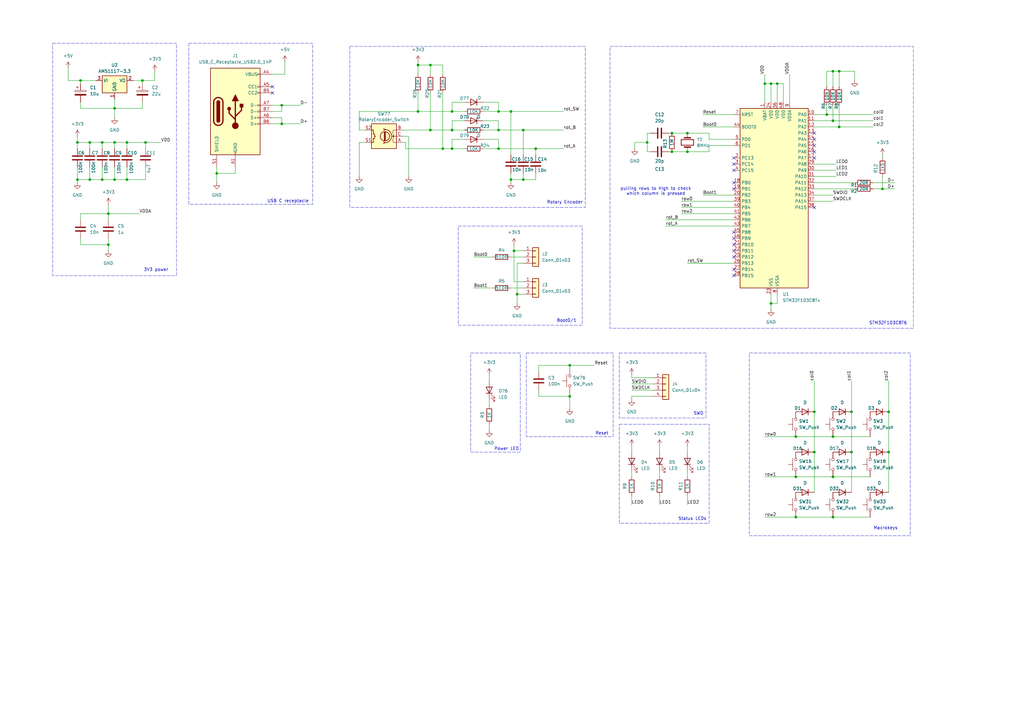
<source format=kicad_sch>
(kicad_sch (version 20231120) (generator "eeschema") (generator_version "8.0")
  (paper "A3")
  (title_block (title "Keyboard") (date "2024-06-06") (rev "0.1") (company "Schmacksby"))
  (junction (at 46.99 58.42))
  (junction (at 341.63 29.21))
  (junction (at 181.61 60.96))
  (junction (at 316.23 124.46))
  (junction (at 339.09 46.99))
  (junction (at 318.77 34.29))
  (junction (at 31.75 73.66))
  (junction (at 275.59 54.61))
  (junction (at 185.42 53.34))
  (junction (at 36.83 73.66))
  (junction (at 326.39 212.09))
  (junction (at 212.09 120.65))
  (junction (at 58.42 33.02))
  (junction (at 233.68 149.86))
  (junction (at 44.45 87.63))
  (junction (at 349.25 168.91))
  (junction (at 185.42 45.72))
  (junction (at 209.55 45.72))
  (junction (at 341.63 195.58))
  (junction (at 334.01 168.91))
  (junction (at 88.9 71.12))
  (junction (at 59.69 58.42))
  (junction (at 204.47 60.96))
  (junction (at 349.25 185.42))
  (junction (at 326.39 179.07))
  (junction (at 115.57 50.8))
  (junction (at 233.68 162.56))
  (junction (at 275.59 62.23))
  (junction (at 46.99 73.66))
  (junction (at 52.07 73.66))
  (junction (at 31.75 58.42))
  (junction (at 171.45 45.72))
  (junction (at 313.69 34.29))
  (junction (at 219.71 60.96))
  (junction (at 281.94 54.61))
  (junction (at 36.83 58.42))
  (junction (at 209.55 73.66))
  (junction (at 41.91 58.42))
  (junction (at 185.42 60.96))
  (junction (at 41.91 73.66))
  (junction (at 52.07 58.42))
  (junction (at 364.49 168.91))
  (junction (at 176.53 53.34))
  (junction (at 204.47 45.72))
  (junction (at 46.99 44.45))
  (junction (at 33.02 33.02))
  (junction (at 171.45 26.67))
  (junction (at 334.01 185.42))
  (junction (at 341.63 212.09))
  (junction (at 214.63 53.34))
  (junction (at 344.17 29.21))
  (junction (at 214.63 73.66))
  (junction (at 210.82 102.87))
  (junction (at 326.39 195.58))
  (junction (at 176.53 26.67))
  (junction (at 44.45 100.33))
  (junction (at 344.17 52.07))
  (junction (at 265.43 58.42))
  (junction (at 115.57 43.18))
  (junction (at 341.63 179.07))
  (junction (at 361.95 77.47))
  (junction (at 281.94 62.23))
  (junction (at 316.23 34.29))
  (junction (at 364.49 185.42))
  (junction (at 341.63 49.53))
  (junction (at 204.47 53.34))
  (no_connect (at 300.99 67.31))
  (no_connect (at 300.99 77.47))
  (no_connect (at 300.99 97.79))
  (no_connect (at 300.99 95.25))
  (no_connect (at 300.99 69.85))
  (no_connect (at 334.01 59.69))
  (no_connect (at 334.01 54.61))
  (no_connect (at 334.01 62.23))
  (no_connect (at 300.99 102.87))
  (no_connect (at 300.99 113.03))
  (no_connect (at 111.76 38.1))
  (no_connect (at 334.01 85.09))
  (no_connect (at 300.99 110.49))
  (no_connect (at 334.01 64.77))
  (no_connect (at 300.99 100.33))
  (no_connect (at 111.76 35.56))
  (no_connect (at 300.99 64.77))
  (no_connect (at 300.99 74.93))
  (no_connect (at 334.01 57.15))
  (no_connect (at 300.99 105.41))
  (wire (pts (xy 350.52 29.21) (xy 350.52 33.02)))
  (wire (pts (xy 364.49 185.42) (xy 364.49 201.93)))
  (wire (pts (xy 147.32 58.42) (xy 149.86 58.42)))
  (wire (pts (xy 209.55 73.66) (xy 209.55 74.93)))
  (wire (pts (xy 176.53 26.67) (xy 181.61 26.67)))
  (wire (pts (xy 171.45 26.67) (xy 176.53 26.67)))
  (wire (pts (xy 52.07 73.66) (xy 46.99 73.66)))
  (wire (pts (xy 46.99 68.58) (xy 46.99 73.66)))
  (wire (pts (xy 31.75 55.88) (xy 31.75 58.42)))
  (wire (pts (xy 166.37 60.96) (xy 181.61 60.96)))
  (wire (pts (xy 33.02 97.79) (xy 33.02 100.33)))
  (wire (pts (xy 220.98 160.02) (xy 220.98 162.56)))
  (wire (pts (xy 341.63 29.21) (xy 344.17 29.21)))
  (wire (pts (xy 198.12 49.53) (xy 204.47 49.53)))
  (wire (pts (xy 27.94 27.94) (xy 27.94 33.02)))
  (wire (pts (xy 290.83 57.15) (xy 300.99 57.15)))
  (wire (pts (xy 27.94 33.02) (xy 33.02 33.02)))
  (wire (pts (xy 233.68 161.29) (xy 233.68 162.56)))
  (wire (pts (xy 111.76 30.48) (xy 116.84 30.48)))
  (wire (pts (xy 59.69 68.58) (xy 59.69 73.66)))
  (wire (pts (xy 290.83 59.69) (xy 290.83 62.23)))
  (wire (pts (xy 190.5 57.15) (xy 185.42 57.15)))
  (wire (pts (xy 334.01 69.85) (xy 342.9 69.85)))
  (wire (pts (xy 167.64 55.88) (xy 165.1 55.88)))
  (wire (pts (xy 273.05 92.71) (xy 300.99 92.71)))
  (wire (pts (xy 66.04 58.42) (xy 59.69 58.42)))
  (wire (pts (xy 198.12 45.72) (xy 204.47 45.72)))
  (wire (pts (xy 313.69 30.48) (xy 313.69 34.29)))
  (wire (pts (xy 281.94 182.88) (xy 281.94 185.42)))
  (wire (pts (xy 344.17 35.56) (xy 344.17 29.21)))
  (wire (pts (xy 198.12 57.15) (xy 204.47 57.15)))
  (wire (pts (xy 198.12 41.91) (xy 204.47 41.91)))
  (wire (pts (xy 46.99 58.42) (xy 46.99 60.96)))
  (wire (pts (xy 200.66 163.83) (xy 200.66 166.37)))
  (wire (pts (xy 204.47 53.34) (xy 214.63 53.34)))
  (wire (pts (xy 339.09 43.18) (xy 339.09 46.99)))
  (wire (pts (xy 52.07 58.42) (xy 52.07 60.96)))
  (wire (pts (xy 334.01 82.55) (xy 341.63 82.55)))
  (wire (pts (xy 341.63 43.18) (xy 341.63 49.53)))
  (wire (pts (xy 300.99 59.69) (xy 290.83 59.69)))
  (wire (pts (xy 115.57 50.8) (xy 123.19 50.8)))
  (wire (pts (xy 274.32 54.61) (xy 275.59 54.61)))
  (wire (pts (xy 111.76 43.18) (xy 115.57 43.18)))
  (wire (pts (xy 52.07 58.42) (xy 46.99 58.42)))
  (wire (pts (xy 96.52 71.12) (xy 88.9 71.12)))
  (wire (pts (xy 185.42 45.72) (xy 190.5 45.72)))
  (wire (pts (xy 318.77 120.65) (xy 318.77 124.46)))
  (wire (pts (xy 58.42 33.02) (xy 58.42 34.29)))
  (wire (pts (xy 265.43 54.61) (xy 265.43 58.42)))
  (wire (pts (xy 361.95 63.5) (xy 361.95 64.77)))
  (wire (pts (xy 281.94 203.2) (xy 281.94 207.01)))
  (wire (pts (xy 265.43 62.23) (xy 266.7 62.23)))
  (wire (pts (xy 344.17 43.18) (xy 344.17 52.07)))
  (wire (pts (xy 204.47 60.96) (xy 219.71 60.96)))
  (wire (pts (xy 59.69 58.42) (xy 59.69 60.96)))
  (wire (pts (xy 198.12 53.34) (xy 204.47 53.34)))
  (wire (pts (xy 210.82 100.33) (xy 210.82 102.87)))
  (wire (pts (xy 210.82 102.87) (xy 214.63 102.87)))
  (wire (pts (xy 313.69 212.09) (xy 326.39 212.09)))
  (wire (pts (xy 185.42 60.96) (xy 190.5 60.96)))
  (wire (pts (xy 58.42 33.02) (xy 63.5 33.02)))
  (wire (pts (xy 171.45 26.67) (xy 171.45 30.48)))
  (wire (pts (xy 52.07 68.58) (xy 52.07 73.66)))
  (wire (pts (xy 270.51 193.04) (xy 270.51 195.58)))
  (wire (pts (xy 52.07 73.66) (xy 59.69 73.66)))
  (wire (pts (xy 176.53 53.34) (xy 185.42 53.34)))
  (wire (pts (xy 166.37 58.42) (xy 166.37 60.96)))
  (wire (pts (xy 204.47 41.91) (xy 204.47 45.72)))
  (wire (pts (xy 33.02 87.63) (xy 33.02 90.17)))
  (wire (pts (xy 339.09 46.99) (xy 358.14 46.99)))
  (wire (pts (xy 260.35 60.96) (xy 260.35 58.42)))
  (wire (pts (xy 190.5 41.91) (xy 185.42 41.91)))
  (wire (pts (xy 341.63 49.53) (xy 358.14 49.53)))
  (wire (pts (xy 200.66 153.67) (xy 200.66 156.21)))
  (wire (pts (xy 313.69 34.29) (xy 316.23 34.29)))
  (wire (pts (xy 111.76 45.72) (xy 115.57 45.72)))
  (wire (pts (xy 259.08 153.67) (xy 259.08 154.94)))
  (wire (pts (xy 259.08 193.04) (xy 259.08 195.58)))
  (wire (pts (xy 341.63 195.58) (xy 356.87 195.58)))
  (wire (pts (xy 33.02 44.45) (xy 46.99 44.45)))
  (wire (pts (xy 279.4 87.63) (xy 300.99 87.63)))
  (wire (pts (xy 275.59 62.23) (xy 281.94 62.23)))
  (wire (pts (xy 194.31 118.11) (xy 201.93 118.11)))
  (wire (pts (xy 219.71 73.66) (xy 214.63 73.66)))
  (wire (pts (xy 259.08 163.83) (xy 259.08 162.56)))
  (wire (pts (xy 358.14 77.47) (xy 361.95 77.47)))
  (wire (pts (xy 334.01 80.01) (xy 341.63 80.01)))
  (wire (pts (xy 334.01 168.91) (xy 334.01 185.42)))
  (wire (pts (xy 31.75 68.58) (xy 31.75 73.66)))
  (wire (pts (xy 259.08 162.56) (xy 267.97 162.56)))
  (wire (pts (xy 321.31 41.91) (xy 321.31 34.29)))
  (wire (pts (xy 220.98 152.4) (xy 220.98 149.86)))
  (wire (pts (xy 259.08 157.48) (xy 267.97 157.48)))
  (wire (pts (xy 33.02 33.02) (xy 39.37 33.02)))
  (wire (pts (xy 115.57 43.18) (xy 123.19 43.18)))
  (wire (pts (xy 171.45 38.1) (xy 171.45 45.72)))
  (wire (pts (xy 209.55 105.41) (xy 214.63 105.41)))
  (wire (pts (xy 190.5 49.53) (xy 185.42 49.53)))
  (wire (pts (xy 165.1 58.42) (xy 166.37 58.42)))
  (wire (pts (xy 274.32 62.23) (xy 275.59 62.23)))
  (wire (pts (xy 31.75 58.42) (xy 31.75 60.96)))
  (wire (pts (xy 339.09 35.56) (xy 339.09 29.21)))
  (wire (pts (xy 318.77 124.46) (xy 316.23 124.46)))
  (wire (pts (xy 33.02 100.33) (xy 44.45 100.33)))
  (wire (pts (xy 266.7 54.61) (xy 265.43 54.61)))
  (wire (pts (xy 334.01 77.47) (xy 350.52 77.47)))
  (wire (pts (xy 214.63 73.66) (xy 209.55 73.66)))
  (wire (pts (xy 219.71 60.96) (xy 231.14 60.96)))
  (wire (pts (xy 204.47 57.15) (xy 204.47 60.96)))
  (wire (pts (xy 344.17 52.07) (xy 358.14 52.07)))
  (wire (pts (xy 198.12 60.96) (xy 204.47 60.96)))
  (wire (pts (xy 259.08 182.88) (xy 259.08 185.42)))
  (wire (pts (xy 259.08 154.94) (xy 267.97 154.94)))
  (wire (pts (xy 41.91 58.42) (xy 41.91 60.96)))
  (wire (pts (xy 219.71 60.96) (xy 219.71 63.5)))
  (wire (pts (xy 115.57 48.26) (xy 115.57 50.8)))
  (wire (pts (xy 367.03 74.93) (xy 358.14 74.93)))
  (wire (pts (xy 149.86 53.34) (xy 147.32 53.34)))
  (wire (pts (xy 185.42 53.34) (xy 190.5 53.34)))
  (wire (pts (xy 334.01 156.21) (xy 334.01 168.91)))
  (wire (pts (xy 171.45 45.72) (xy 185.42 45.72)))
  (wire (pts (xy 165.1 53.34) (xy 176.53 53.34)))
  (wire (pts (xy 316.23 124.46) (xy 316.23 127)))
  (wire (pts (xy 361.95 77.47) (xy 367.03 77.47)))
  (wire (pts (xy 334.01 74.93) (xy 350.52 74.93)))
  (wire (pts (xy 334.01 67.31) (xy 342.9 67.31)))
  (wire (pts (xy 364.49 168.91) (xy 364.49 185.42)))
  (wire (pts (xy 323.85 30.48) (xy 323.85 41.91)))
  (wire (pts (xy 321.31 34.29) (xy 318.77 34.29)))
  (wire (pts (xy 214.63 53.34) (xy 231.14 53.34)))
  (wire (pts (xy 290.83 54.61) (xy 281.94 54.61)))
  (wire (pts (xy 275.59 54.61) (xy 281.94 54.61)))
  (wire (pts (xy 349.25 168.91) (xy 349.25 185.42)))
  (wire (pts (xy 111.76 50.8) (xy 115.57 50.8)))
  (wire (pts (xy 96.52 68.58) (xy 96.52 71.12)))
  (wire (pts (xy 36.83 58.42) (xy 31.75 58.42)))
  (wire (pts (xy 326.39 179.07) (xy 341.63 179.07)))
  (wire (pts (xy 44.45 87.63) (xy 33.02 87.63)))
  (wire (pts (xy 185.42 49.53) (xy 185.42 53.34)))
  (wire (pts (xy 334.01 72.39) (xy 342.9 72.39)))
  (wire (pts (xy 279.4 82.55) (xy 300.99 82.55)))
  (wire (pts (xy 265.43 58.42) (xy 265.43 62.23)))
  (wire (pts (xy 46.99 44.45) (xy 46.99 48.26)))
  (wire (pts (xy 212.09 120.65) (xy 212.09 124.46)))
  (wire (pts (xy 111.76 48.26) (xy 115.57 48.26)))
  (wire (pts (xy 290.83 57.15) (xy 290.83 54.61)))
  (wire (pts (xy 214.63 53.34) (xy 214.63 63.5)))
  (wire (pts (xy 316.23 34.29) (xy 316.23 41.91)))
  (wire (pts (xy 219.71 71.12) (xy 219.71 73.66)))
  (wire (pts (xy 326.39 212.09) (xy 341.63 212.09)))
  (wire (pts (xy 318.77 41.91) (xy 318.77 34.29)))
  (wire (pts (xy 36.83 68.58) (xy 36.83 73.66)))
  (wire (pts (xy 290.83 62.23) (xy 281.94 62.23)))
  (wire (pts (xy 212.09 107.95) (xy 212.09 120.65)))
  (wire (pts (xy 334.01 185.42) (xy 334.01 201.93)))
  (wire (pts (xy 176.53 30.48) (xy 176.53 26.67)))
  (wire (pts (xy 318.77 34.29) (xy 316.23 34.29)))
  (wire (pts (xy 341.63 35.56) (xy 341.63 29.21)))
  (wire (pts (xy 209.55 45.72) (xy 231.14 45.72)))
  (wire (pts (xy 334.01 49.53) (xy 341.63 49.53)))
  (wire (pts (xy 204.47 49.53) (xy 204.47 53.34)))
  (wire (pts (xy 341.63 212.09) (xy 356.87 212.09)))
  (wire (pts (xy 270.51 182.88) (xy 270.51 185.42)))
  (wire (pts (xy 344.17 29.21) (xy 350.52 29.21)))
  (wire (pts (xy 44.45 83.82) (xy 44.45 87.63)))
  (wire (pts (xy 326.39 195.58) (xy 341.63 195.58)))
  (wire (pts (xy 214.63 115.57) (xy 210.82 115.57)))
  (wire (pts (xy 33.02 41.91) (xy 33.02 44.45)))
  (wire (pts (xy 233.68 149.86) (xy 233.68 151.13)))
  (wire (pts (xy 209.55 45.72) (xy 209.55 63.5)))
  (wire (pts (xy 44.45 90.17) (xy 44.45 87.63)))
  (wire (pts (xy 281.94 193.04) (xy 281.94 195.58)))
  (wire (pts (xy 63.5 29.21) (xy 63.5 33.02)))
  (wire (pts (xy 36.83 73.66) (xy 41.91 73.66)))
  (wire (pts (xy 313.69 179.07) (xy 326.39 179.07)))
  (wire (pts (xy 349.25 185.42) (xy 349.25 201.93)))
  (wire (pts (xy 88.9 71.12) (xy 88.9 74.93)))
  (wire (pts (xy 44.45 87.63) (xy 57.15 87.63)))
  (wire (pts (xy 181.61 30.48) (xy 181.61 26.67)))
  (wire (pts (xy 115.57 45.72) (xy 115.57 43.18)))
  (wire (pts (xy 281.94 107.95) (xy 300.99 107.95)))
  (wire (pts (xy 44.45 100.33) (xy 44.45 102.87)))
  (wire (pts (xy 288.29 52.07) (xy 300.99 52.07)))
  (wire (pts (xy 212.09 120.65) (xy 214.63 120.65)))
  (wire (pts (xy 147.32 53.34) (xy 147.32 45.72)))
  (wire (pts (xy 41.91 58.42) (xy 36.83 58.42)))
  (wire (pts (xy 334.01 46.99) (xy 339.09 46.99)))
  (wire (pts (xy 279.4 85.09) (xy 300.99 85.09)))
  (wire (pts (xy 33.02 33.02) (xy 33.02 34.29)))
  (wire (pts (xy 220.98 149.86) (xy 233.68 149.86)))
  (wire (pts (xy 288.29 80.01) (xy 300.99 80.01)))
  (wire (pts (xy 313.69 195.58) (xy 326.39 195.58)))
  (wire (pts (xy 185.42 57.15) (xy 185.42 60.96)))
  (wire (pts (xy 54.61 33.02) (xy 58.42 33.02)))
  (wire (pts (xy 204.47 45.72) (xy 209.55 45.72)))
  (wire (pts (xy 339.09 29.21) (xy 341.63 29.21)))
  (wire (pts (xy 270.51 203.2) (xy 270.51 207.01)))
  (wire (pts (xy 46.99 44.45) (xy 58.42 44.45)))
  (wire (pts (xy 46.99 73.66) (xy 41.91 73.66)))
  (wire (pts (xy 44.45 97.79) (xy 44.45 100.33)))
  (wire (pts (xy 273.05 90.17) (xy 300.99 90.17)))
  (wire (pts (xy 167.64 72.39) (xy 167.64 55.88)))
  (wire (pts (xy 116.84 30.48) (xy 116.84 25.4)))
  (wire (pts (xy 59.69 58.42) (xy 52.07 58.42)))
  (wire (pts (xy 36.83 73.66) (xy 31.75 73.66)))
  (wire (pts (xy 214.63 71.12) (xy 214.63 73.66)))
  (wire (pts (xy 36.83 58.42) (xy 36.83 60.96)))
  (wire (pts (xy 176.53 38.1) (xy 176.53 53.34)))
  (wire (pts (xy 194.31 105.41) (xy 201.93 105.41)))
  (wire (pts (xy 259.08 203.2) (xy 259.08 207.01)))
  (wire (pts (xy 200.66 173.99) (xy 200.66 176.53)))
  (wire (pts (xy 288.29 46.99) (xy 300.99 46.99)))
  (wire (pts (xy 31.75 73.66) (xy 31.75 74.93)))
  (wire (pts (xy 220.98 162.56) (xy 233.68 162.56)))
  (wire (pts (xy 259.08 160.02) (xy 267.97 160.02)))
  (wire (pts (xy 313.69 41.91) (xy 313.69 34.29)))
  (wire (pts (xy 210.82 115.57) (xy 210.82 102.87)))
  (wire (pts (xy 147.32 58.42) (xy 147.32 72.39)))
  (wire (pts (xy 147.32 45.72) (xy 171.45 45.72)))
  (wire (pts (xy 41.91 68.58) (xy 41.91 73.66)))
  (wire (pts (xy 334.01 52.07) (xy 344.17 52.07)))
  (wire (pts (xy 88.9 68.58) (xy 88.9 71.12)))
  (wire (pts (xy 361.95 72.39) (xy 361.95 77.47)))
  (wire (pts (xy 46.99 40.64) (xy 46.99 44.45)))
  (wire (pts (xy 181.61 60.96) (xy 185.42 60.96)))
  (wire (pts (xy 181.61 38.1) (xy 181.61 60.96)))
  (wire (pts (xy 341.63 179.07) (xy 356.87 179.07)))
  (wire (pts (xy 209.55 71.12) (xy 209.55 73.66)))
  (wire (pts (xy 46.99 58.42) (xy 41.91 58.42)))
  (wire (pts (xy 58.42 41.91) (xy 58.42 44.45)))
  (wire (pts (xy 233.68 149.86) (xy 243.84 149.86)))
  (wire (pts (xy 233.68 162.56) (xy 233.68 167.64)))
  (wire (pts (xy 349.25 156.21) (xy 349.25 168.91)))
  (wire (pts (xy 260.35 58.42) (xy 265.43 58.42)))
  (wire (pts (xy 185.42 41.91) (xy 185.42 45.72)))
  (wire (pts (xy 214.63 107.95) (xy 212.09 107.95)))
  (wire (pts (xy 171.45 25.4) (xy 171.45 26.67)))
  (wire (pts (xy 364.49 156.21) (xy 364.49 168.91)))
  (wire (pts (xy 209.55 118.11) (xy 214.63 118.11)))
  (wire (pts (xy 316.23 120.65) (xy 316.23 124.46)))
  (rectangle (start 254 144.78) (end 289.56 171.45) (stroke (width 0.127) (type dash)))
  (rectangle (start 193.04 144.78) (end 213.36 185.42) (stroke (width 0.127) (type dash)))
  (rectangle (start 307.34 144.78) (end 373.38 219.71) (stroke (width 0.127) (type dash)))
  (rectangle (start 215.9 144.78) (end 251.46 179.07) (stroke (width 0.127) (type dash)))
  (rectangle (start 77.47 17.78) (end 128.27 83.82) (stroke (width 0.127) (type dash)))
  (rectangle (start 143.51 19.05) (end 240.03 85.09) (stroke (width 0.127) (type dash)))
  (rectangle (start 187.96 92.71) (end 238.76 133.35) (stroke (width 0.127) (type dash)))
  (rectangle (start 250.19 19.05) (end 374.65 134.62) (stroke (width 0.127) (type dash)))
  (rectangle (start 254 173.99) (end 290.83 214.63) (stroke (width 0.127) (type dash)))
  (rectangle (start 21.59 17.78) (end 72.39 113.03) (stroke (width 0.127) (type dash)))
  (text "USB C receptacle" (at 118.11 82.55 0) (effects (font (size 1.27 1.27))))
  (text "pulling rows to high to check\nwhich column is pressed\n" (at 268.986 78.486 0) (effects (font (size 1.27 1.27))))
  (text "Power LED" (at 207.772 184.15 0) (effects (font (size 1.27 1.27))))
  (text "Reset" (at 246.888 177.8 0) (effects (font (size 1.27 1.27))))
  (text "3V3 power" (at 64.008 110.744 0) (effects (font (size 1.27 1.27))))
  (text "STM32F103C8T6\n" (at 364.236 132.588 0) (effects (font (size 1.27 1.27))))
  (text "Boot0/1\n" (at 232.41 131.572 0) (effects (font (size 1.27 1.27))))
  (text "SWD" (at 286.512 169.672 0) (effects (font (size 1.27 1.27))))
  (text "Macrokeys" (at 363.22 216.662 0) (effects (font (size 1.27 1.27))))
  (text "Rotary Encoder" (at 231.648 83.058 0) (effects (font (size 1.27 1.27))))
  (text "Status LEDs" (at 283.972 212.852 0) (effects (font (size 1.27 1.27))))
  (label "LED1" (at 270.51 207.01 0))
  (label "col1" (at 349.25 156.21 90))
  (label "col0" (at 358.14 46.99 0))
  (label "Boot0" (at 288.29 52.07 0))
  (label "row1" (at 313.69 195.58 0))
  (label "SWDCLK" (at 341.63 82.55 0))
  (label "col2" (at 358.14 52.07 0))
  (label "SWDCLK" (at 259.08 160.02 0))
  (label "col0" (at 334.01 156.21 90))
  (label "LED0" (at 259.08 207.01 0))
  (label "SWDIO" (at 341.63 80.01 0))
  (label "Boot1" (at 194.31 118.11 0))
  (label "col2" (at 364.49 156.21 90))
  (label "rot_B" (at 273.05 90.17 0))
  (label "LED0" (at 342.9 67.31 0))
  (label "rot_SW" (at 231.14 45.72 0))
  (label "D+" (at 123.19 50.8 0))
  (label "row0" (at 279.4 82.55 0))
  (label "rot_A" (at 273.05 92.71 0))
  (label "VDDA" (at 57.15 87.63 0))
  (label "row2" (at 279.4 87.63 0))
  (label "VDD" (at 313.69 30.48 90))
  (label "Reset" (at 288.29 46.99 0))
  (label "VDDA" (at 323.85 30.48 90))
  (label "LED2" (at 281.94 207.01 0))
  (label "D-" (at 367.03 74.93 180))
  (label "LED2" (at 342.9 72.39 0))
  (label "LED1" (at 342.9 69.85 0))
  (label "Reset" (at 243.84 149.86 0))
  (label "rot_A" (at 231.14 60.96 0))
  (label "rot_B" (at 231.14 53.34 0))
  (label "D+" (at 367.03 77.47 180))
  (label "VDD" (at 66.04 58.42 0))
  (label "col1" (at 358.14 49.53 0))
  (label "row0" (at 313.69 179.07 0))
  (label "Boot0" (at 194.31 105.41 0))
  (label "row2" (at 313.69 212.09 0))
  (label "row1" (at 279.4 85.09 0))
  (label "SWDIO" (at 259.08 157.48 0))
  (label "rot_SW" (at 281.94 107.95 0))
  (label "D-" (at 123.19 43.18 0))
  (label "Boot1" (at 288.29 80.01 0))
  (symbol (lib_id "power:GND") (at 350.52 33.02 0) (unit 1)
    (property "Reference" "#PWR017" (effects (hide yes)))
    (property "Value" "GND" (at 350.52 38.1 0))
    (property "Description" "Power symbol creates a global label with name \"GND\" , ground" (effects (hide yes)))
  )
  (symbol (lib_id "Switch:SW_Push") (at 233.68 156.21 90) (unit 1)
    (property "Reference" "SW76" (at 234.95 154.9399 90) (effects (justify right)))
    (property "Value" "SW_Push" (at 234.95 157.4799 90) (effects (justify right)))
    (property "Footprint" "Button_Switch_SMD:SW_Push_1P1T_NO_CK_KSC7xxJ" (effects (hide yes)))
    (property "Description" "Push button switch, generic, two pins" (effects (hide yes)))
  )
  (symbol (lib_id "power:+3V3") (at 259.08 182.88 0) (unit 1)
    (property "Reference" "#PWR025" (effects (hide yes)))
    (property "Value" "+3V3" (at 259.08 177.8 0))
    (property "Description" "Power symbol creates a global label with name \"+3V3\"" (effects (hide yes)))
  )
  (symbol (lib_id "power:GND") (at 44.45 102.87 0) (unit 1)
    (property "Reference" "#PWR010" (effects (hide yes)))
    (property "Value" "GND" (at 44.45 107.95 0))
    (property "Description" "Power symbol creates a global label with name \"GND\" , ground" (effects (hide yes)))
  )
  (symbol (lib_id "Device:R") (at 194.31 45.72 270) (unit 1)
    (property "Reference" "R22" (at 198.882 44.45 90))
    (property "Value" "10K" (at 194.31 45.72 90))
    (property "Footprint" "Resistor_SMD:R_0603_1608Metric" (effects (hide yes)))
    (property "Description" "Resistor" (effects (hide yes)))
  )
  (symbol (lib_id "Device:R") (at 194.31 60.96 270) (unit 1)
    (property "Reference" "R24" (at 198.882 59.69 90))
    (property "Value" "10K" (at 194.31 60.96 90))
    (property "Footprint" "Resistor_SMD:R_0603_1608Metric" (effects (hide yes)))
    (property "Description" "Resistor" (effects (hide yes)))
  )
  (symbol (lib_id "Device:R") (at 205.74 118.11 90) (unit 1)
    (property "Reference" "R5" (at 205.74 115.316 90))
    (property "Value" "510R" (at 205.74 118.11 90))
    (property "Footprint" "Resistor_SMD:R_0603_1608Metric_Pad0.98x0.95mm_HandSolder" (effects (hide yes)))
    (property "Description" "Resistor" (effects (hide yes)))
  )
  (symbol (lib_id "power:GND") (at 212.09 124.46 0) (unit 1)
    (property "Reference" "#PWR016" (effects (hide yes)))
    (property "Value" "GND" (at 212.09 129.54 0))
    (property "Description" "Power symbol creates a global label with name \"GND\" , ground" (effects (hide yes)))
  )
  (symbol (lib_id "Device:R") (at 200.66 170.18 180) (unit 1)
    (property "Reference" "R3" (at 197.866 170.18 90))
    (property "Value" "1K" (at 200.66 170.18 90))
    (property "Footprint" "Resistor_SMD:R_0603_1608Metric" (effects (hide yes)))
    (property "Description" "Resistor" (effects (hide yes)))
  )
  (symbol (lib_id "Device:R") (at 176.53 34.29 180) (unit 1)
    (property "Reference" "R25" (at 175.26 38.354 90))
    (property "Value" "10K" (at 176.53 34.29 90))
    (property "Footprint" "Resistor_SMD:R_0603_1608Metric" (effects (hide yes)))
    (property "Description" "Resistor" (effects (hide yes)))
  )
  (symbol (lib_id "power:+5V") (at 27.94 27.94 0) (unit 1)
    (property "Reference" "#PWR03" (effects (hide yes)))
    (property "Value" "+5V" (at 27.94 22.86 0))
    (property "Description" "Power symbol creates a global label with name \"+5V\"" (effects (hide yes)))
  )
  (symbol (lib_id "Switch:SW_Push") (at 356.87 173.99 90) (unit 1)
    (property "Reference" "SW3" (at 358.14 172.7199 90) (effects (justify right)))
    (property "Value" "SW_Push" (at 358.14 175.2599 90) (effects (justify right)))
    (property "Footprint" "keyboard:Kailh_socket_MX" (effects (hide yes)))
    (property "Description" "Push button switch, generic, two pins" (effects (hide yes)))
  )
  (symbol (lib_id "MCU_ST_STM32F1:STM32F103C8Tx") (at 316.23 82.55 0) (unit 1)
    (property "Reference" "U1" (at 320.9641 120.65 0) (effects (justify left)))
    (property "Value" "STM32F103C8Tx" (at 320.9641 123.19 0) (effects (justify left)))
    (property "Footprint" "Package_QFP:LQFP-48_7x7mm_P0.5mm" (effects (hide yes)))
    (property "Datasheet" "https://www.st.com/resource/en/datasheet/stm32f103c8.pdf" (effects (hide yes)))
    (property "Description" "STMicroelectronics Arm Cortex-M3 MCU, 64KB flash, 20KB RAM, 72 MHz, 2.0-3.6V, 37 GPIO, LQFP48" (effects (hide yes)))
  )
  (symbol (lib_id "power:GND") (at 88.9 74.93 0) (unit 1)
    (property "Reference" "#PWR01" (effects (hide yes)))
    (property "Value" "GND" (at 88.9 80.01 0))
    (property "Description" "Power symbol creates a global label with name \"GND\" , ground" (effects (hide yes)))
  )
  (symbol (lib_id "Device:C") (at 52.07 64.77 0) (unit 1)
    (property "Reference" "C10" (at 52.324 62.738 0) (effects (justify left)))
    (property "Value" "100n" (at 53.848 71.374 90) (effects (justify left)))
    (property "Footprint" "Resistor_SMD:R_0603_1608Metric_Pad0.98x0.95mm_HandSolder" (effects (hide yes)))
    (property "Description" "Unpolarized capacitor" (effects (hide yes)))
  )
  (symbol (lib_id "Device:D") (at 345.44 168.91 180) (unit 1)
    (property "Reference" "D2" (at 342.138 167.386 0))
    (property "Value" "D" (at 345.44 165.1 0))
    (property "Footprint" "Diode_SMD:D_SOD-523" (effects (hide yes)))
    (property "Description" "Diode" (effects (hide yes)))
    (property "Sim.Device" "D" (effects (hide yes)))
    (property "Sim.Pins" "1=K 2=A" (effects (hide yes)))
  )
  (symbol (lib_id "Connector_Generic:Conn_01x03") (at 219.71 105.41 0) (unit 1)
    (property "Reference" "J2" (at 222.25 104.1399 0) (effects (justify left)))
    (property "Value" "Conn_01x03" (at 222.25 106.6799 0) (effects (justify left)))
    (property "Footprint" "Connector_PinHeader_2.54mm:PinHeader_1x03_P2.54mm_Horizontal" (effects (hide yes)))
    (property "Description" "Generic connector, single row, 01x03, script generated (kicad-library-utils/schlib/autogen/connector/)" (effects (hide yes)))
  )
  (symbol (lib_id "Device:C") (at 33.02 93.98 0) (unit 1)
    (property "Reference" "C4" (at 36.83 92.7099 0) (effects (justify left)))
    (property "Value" "10n" (at 36.83 95.2499 0) (effects (justify left)))
    (property "Footprint" "Resistor_SMD:R_0603_1608Metric_Pad0.98x0.95mm_HandSolder" (effects (hide yes)))
    (property "Description" "Unpolarized capacitor" (effects (hide yes)))
  )
  (symbol (lib_id "power:GND") (at 46.99 48.26 0) (unit 1)
    (property "Reference" "#PWR05" (effects (hide yes)))
    (property "Value" "GND" (at 46.99 53.34 0))
    (property "Description" "Power symbol creates a global label with name \"GND\" , ground" (effects (hide yes)))
  )
  (symbol (lib_id "Device:D") (at 345.44 185.42 180) (unit 1)
    (property "Reference" "D17" (at 342.138 183.896 0))
    (property "Value" "D" (at 345.44 181.61 0))
    (property "Footprint" "Diode_SMD:D_SOD-523" (effects (hide yes)))
    (property "Description" "Diode" (effects (hide yes)))
    (property "Sim.Device" "D" (effects (hide yes)))
    (property "Sim.Pins" "1=K 2=A" (effects (hide yes)))
  )
  (symbol (lib_id "power:GND") (at 167.64 72.39 0) (unit 1)
    (property "Reference" "#PWR021" (effects (hide yes)))
    (property "Value" "GND" (at 167.64 77.47 0))
    (property "Description" "Power symbol creates a global label with name \"GND\" , ground" (effects (hide yes)))
  )
  (symbol (lib_id "Device:C") (at 219.71 67.31 0) (unit 1)
    (property "Reference" "C14" (at 220.472 65.278 0) (effects (justify left)))
    (property "Value" "10n" (at 220.472 69.85 0) (effects (justify left)))
    (property "Footprint" "Resistor_SMD:R_0603_1608Metric_Pad0.98x0.95mm_HandSolder" (effects (hide yes)))
    (property "Description" "Unpolarized capacitor" (effects (hide yes)))
  )
  (symbol (lib_id "Device:C_Polarized") (at 33.02 38.1 0) (unit 1)
    (property "Reference" "C1" (at 36.83 35.9409 0) (effects (justify left)))
    (property "Value" "10u" (at 36.83 38.4809 0) (effects (justify left)))
    (property "Footprint" "Capacitor_SMD:C_0805_2012Metric_Pad1.18x1.45mm_HandSolder" (effects (hide yes)))
    (property "Description" "Polarized capacitor" (effects (hide yes)))
  )
  (symbol (lib_id "power:GND") (at 316.23 127 0) (unit 1)
    (property "Reference" "#PWR09" (effects (hide yes)))
    (property "Value" "GND" (at 316.23 132.08 0))
    (property "Description" "Power symbol creates a global label with name \"GND\" , ground" (effects (hide yes)))
  )
  (symbol (lib_id "power:GND") (at 233.68 167.64 0) (unit 1)
    (property "Reference" "#PWR07" (effects (hide yes)))
    (property "Value" "GND" (at 233.68 172.72 0))
    (property "Description" "Power symbol creates a global label with name \"GND\" , ground" (effects (hide yes)))
  )
  (symbol (lib_id "Device:R") (at 354.33 74.93 270) (unit 1)
    (property "Reference" "R1" (at 350.266 75.946 90))
    (property "Value" "20R" (at 354.33 74.93 90))
    (property "Footprint" "Resistor_SMD:R_0603_1608Metric" (effects (hide yes)))
    (property "Description" "Resistor" (effects (hide yes)))
  )
  (symbol (lib_id "Device:C") (at 44.45 93.98 0) (unit 1)
    (property "Reference" "C5" (at 48.26 92.7099 0) (effects (justify left)))
    (property "Value" "1u" (at 48.26 95.2499 0) (effects (justify left)))
    (property "Footprint" "Resistor_SMD:R_0603_1608Metric_Pad0.98x0.95mm_HandSolder" (effects (hide yes)))
    (property "Description" "Unpolarized capacitor" (effects (hide yes)))
  )
  (symbol (lib_id "power:+3V3") (at 31.75 55.88 0) (unit 1)
    (property "Reference" "#PWR011" (effects (hide yes)))
    (property "Value" "+3V3" (at 31.75 50.8 0))
    (property "Description" "Power symbol creates a global label with name \"+3V3\"" (effects (hide yes)))
  )
  (symbol (lib_id "Device:C") (at 220.98 156.21 0) (unit 1)
    (property "Reference" "C3" (at 224.79 154.9399 0) (effects (justify left)))
    (property "Value" "100n" (at 224.79 157.4799 0) (effects (justify left)))
    (property "Footprint" "Resistor_SMD:R_0603_1608Metric_Pad0.98x0.95mm_HandSolder" (effects (hide yes)))
    (property "Description" "Unpolarized capacitor" (effects (hide yes)))
  )
  (symbol (lib_id "power:+3V3") (at 270.51 182.88 0) (unit 1)
    (property "Reference" "#PWR026" (effects (hide yes)))
    (property "Value" "+3V3" (at 270.51 177.8 0))
    (property "Description" "Power symbol creates a global label with name \"+3V3\"" (effects (hide yes)))
  )
  (symbol (lib_id "power:GND") (at 31.75 74.93 0) (unit 1)
    (property "Reference" "#PWR012" (effects (hide yes)))
    (property "Value" "GND" (at 31.75 80.01 0))
    (property "Description" "Power symbol creates a global label with name \"GND\" , ground" (effects (hide yes)))
  )
  (symbol (lib_id "power:+5V") (at 116.84 25.4 0) (unit 1)
    (property "Reference" "#PWR02" (effects (hide yes)))
    (property "Value" "+5V" (at 116.84 20.32 0))
    (property "Description" "Power symbol creates a global label with name \"+5V\"" (effects (hide yes)))
  )
  (symbol (lib_id "Device:C") (at 36.83 64.77 0) (unit 1)
    (property "Reference" "C7" (at 37.592 62.738 0) (effects (justify left)))
    (property "Value" "100n" (at 38.354 71.12 90) (effects (justify left)))
    (property "Footprint" "Resistor_SMD:R_0603_1608Metric_Pad0.98x0.95mm_HandSolder" (effects (hide yes)))
    (property "Description" "Unpolarized capacitor" (effects (hide yes)))
  )
  (symbol (lib_id "power:+3V3") (at 281.94 182.88 0) (unit 1)
    (property "Reference" "#PWR027" (effects (hide yes)))
    (property "Value" "+3V3" (at 281.94 177.8 0))
    (property "Description" "Power symbol creates a global label with name \"+3V3\"" (effects (hide yes)))
  )
  (symbol (lib_id "power:GND") (at 259.08 163.83 0) (unit 1)
    (property "Reference" "#PWR019" (effects (hide yes)))
    (property "Value" "GND" (at 259.08 168.91 0))
    (property "Description" "Power symbol creates a global label with name \"GND\" , ground" (effects (hide yes)))
  )
  (symbol (lib_id "power:+3V3") (at 200.66 153.67 0) (unit 1)
    (property "Reference" "#PWR014" (effects (hide yes)))
    (property "Value" "+3V3" (at 200.66 148.59 0))
    (property "Description" "Power symbol creates a global label with name \"+3V3\"" (effects (hide yes)))
  )
  (symbol (lib_id "Device:LED") (at 270.51 189.23 90) (unit 1)
    (property "Reference" "D5" (at 274.32 189.5474 90) (effects (justify right)))
    (property "Value" "LED" (at 274.32 192.0874 90) (effects (justify right)))
    (property "Footprint" "LED_THT:LED_D5.0mm" (effects (hide yes)))
    (property "Description" "Light emitting diode" (effects (hide yes)))
  )
  (symbol (lib_id "power:GND") (at 260.35 60.96 0) (unit 1)
    (property "Reference" "#PWR023" (effects (hide yes)))
    (property "Value" "GND" (at 260.35 66.04 0))
    (property "Description" "Power symbol creates a global label with name \"GND\" , ground" (effects (hide yes)))
  )
  (symbol (lib_id "Device:D") (at 330.2 201.93 180) (unit 1)
    (property "Reference" "D31" (at 327.152 200.406 0))
    (property "Value" "D" (at 330.2 198.12 0))
    (property "Footprint" "Diode_SMD:D_SOD-523" (effects (hide yes)))
    (property "Description" "Diode" (effects (hide yes)))
    (property "Sim.Device" "D" (effects (hide yes)))
    (property "Sim.Pins" "1=K 2=A" (effects (hide yes)))
  )
  (symbol (lib_id "Device:D") (at 194.31 57.15 180) (unit 1)
    (property "Reference" "D79" (at 190.5 55.626 0))
    (property "Value" "D" (at 196.342 55.626 0))
    (property "Footprint" "Diode_SMD:D_SOD-523" (effects (hide yes)))
    (property "Description" "Diode" (effects (hide yes)))
    (property "Sim.Device" "D" (effects (hide yes)))
    (property "Sim.Pins" "1=K 2=A" (effects (hide yes)))
  )
  (symbol (lib_id "Device:D") (at 360.68 185.42 180) (unit 1)
    (property "Reference" "D18" (at 357.378 183.896 0))
    (property "Value" "D" (at 360.68 181.61 0))
    (property "Footprint" "Diode_SMD:D_SOD-523" (effects (hide yes)))
    (property "Description" "Diode" (effects (hide yes)))
    (property "Sim.Device" "D" (effects (hide yes)))
    (property "Sim.Pins" "1=K 2=A" (effects (hide yes)))
  )
  (symbol (lib_id "power:+3V3") (at 259.08 153.67 0) (unit 1)
    (property "Reference" "#PWR018" (effects (hide yes)))
    (property "Value" "+3V3" (at 259.08 148.59 0))
    (property "Description" "Power symbol creates a global label with name \"+3V3\"" (effects (hide yes)))
  )
  (symbol (lib_id "Device:C") (at 46.99 64.77 0) (unit 1)
    (property "Reference" "C9" (at 47.244 62.738 0) (effects (justify left)))
    (property "Value" "100n" (at 48.768 71.374 90) (effects (justify left)))
    (property "Footprint" "Resistor_SMD:R_0603_1608Metric_Pad0.98x0.95mm_HandSolder" (effects (hide yes)))
    (property "Description" "Unpolarized capacitor" (effects (hide yes)))
  )
  (symbol (lib_id "Device:Crystal") (at 281.94 58.42 90) (unit 1)
    (property "Reference" "Y1" (at 285.75 57.1499 90) (effects (justify right)))
    (property "Value" "8MHz" (at 285.75 59.6899 90) (effects (justify right)))
    (property "Footprint" "Crystal:Crystal_HC49-U_Vertical" (effects (hide yes)))
    (property "Datasheet" "https://www.mouser.de/ProductDetail/Vishay-Dale/XT9S20ANA8M?qs=sGAEpiMZZMsBj6bBr9Q9aQsH1tzD647JlYDkWsRGZGg%3D" (effects (hide yes)))
    (property "Description" "Two pin crystal" (effects (hide yes)))
  )
  (symbol (lib_id "Device:R") (at 354.33 77.47 270) (unit 1)
    (property "Reference" "R2" (at 350.266 78.486 90))
    (property "Value" "20R" (at 354.33 77.47 90))
    (property "Footprint" "Resistor_SMD:R_0603_1608Metric" (effects (hide yes)))
    (property "Description" "Resistor" (effects (hide yes)))
  )
  (symbol (lib_id "Device:C") (at 41.91 64.77 0) (unit 1)
    (property "Reference" "C8" (at 42.418 62.738 0) (effects (justify left)))
    (property "Value" "100n" (at 43.434 71.374 90) (effects (justify left)))
    (property "Footprint" "Resistor_SMD:R_0603_1608Metric_Pad0.98x0.95mm_HandSolder" (effects (hide yes)))
    (property "Description" "Unpolarized capacitor" (effects (hide yes)))
  )
  (symbol (lib_id "Device:R") (at 275.59 58.42 0) (unit 1)
    (property "Reference" "R13" (at 272.796 58.928 90))
    (property "Value" "1M" (at 275.59 58.42 90))
    (property "Footprint" "Resistor_SMD:R_0603_1608Metric" (effects (hide yes)))
    (property "Description" "Resistor" (effects (hide yes)))
  )
  (symbol (lib_id "power:+3V3") (at 210.82 100.33 0) (unit 1)
    (property "Reference" "#PWR015" (effects (hide yes)))
    (property "Value" "+3V3" (at 210.82 95.25 0))
    (property "Description" "Power symbol creates a global label with name \"+3V3\"" (effects (hide yes)))
  )
  (symbol (lib_id "Device:R") (at 171.45 34.29 180) (unit 1)
    (property "Reference" "R26" (at 170.18 38.354 90))
    (property "Value" "10K" (at 171.45 34.29 90))
    (property "Footprint" "Resistor_SMD:R_0603_1608Metric" (effects (hide yes)))
    (property "Description" "Resistor" (effects (hide yes)))
  )
  (symbol (lib_id "Device:D") (at 330.2 185.42 180) (unit 1)
    (property "Reference" "D16" (at 327.152 183.896 0))
    (property "Value" "D" (at 330.2 181.61 0))
    (property "Footprint" "Diode_SMD:D_SOD-523" (effects (hide yes)))
    (property "Description" "Diode" (effects (hide yes)))
    (property "Sim.Device" "D" (effects (hide yes)))
    (property "Sim.Pins" "1=K 2=A" (effects (hide yes)))
  )
  (symbol (lib_id "Device:D") (at 330.2 168.91 180) (unit 1)
    (property "Reference" "D1" (at 327.152 167.386 0))
    (property "Value" "D" (at 330.2 165.1 0))
    (property "Footprint" "Diode_SMD:D_SOD-523" (effects (hide yes)))
    (property "Description" "Diode" (effects (hide yes)))
    (property "Sim.Device" "D" (effects (hide yes)))
    (property "Sim.Pins" "1=K 2=A" (effects (hide yes)))
  )
  (symbol (lib_id "power:+3V3") (at 361.95 63.5 0) (unit 1)
    (property "Reference" "#PWR024" (effects (hide yes)))
    (property "Value" "+3V3" (at 361.95 58.42 0))
    (property "Description" "Power symbol creates a global label with name \"+3V3\"" (effects (hide yes)))
  )
  (symbol (lib_id "Device:C") (at 59.69 64.77 0) (unit 1)
    (property "Reference" "C11" (at 59.944 62.738 0) (effects (justify left)))
    (property "Value" "4u7" (at 60.96 71.12 90) (effects (justify left)))
    (property "Footprint" "Resistor_SMD:R_0603_1608Metric_Pad0.98x0.95mm_HandSolder" (effects (hide yes)))
    (property "Description" "Unpolarized capacitor" (effects (hide yes)))
  )
  (symbol (lib_id "Device:LED") (at 200.66 160.02 90) (unit 1)
    (property "Reference" "D76" (at 204.47 160.3374 90) (effects (justify right)))
    (property "Value" "LED" (at 204.47 162.8774 90) (effects (justify right)))
    (property "Footprint" "LED_THT:LED_D5.0mm" (effects (hide yes)))
    (property "Description" "Light emitting diode" (effects (hide yes)))
  )
  (symbol (lib_id "Device:C") (at 209.55 67.31 0) (unit 1)
    (property "Reference" "C16" (at 209.804 65.278 0) (effects (justify left)))
    (property "Value" "10n" (at 210.058 69.596 0) (effects (justify left)))
    (property "Footprint" "Resistor_SMD:R_0603_1608Metric_Pad0.98x0.95mm_HandSolder" (effects (hide yes)))
    (property "Description" "Unpolarized capacitor" (effects (hide yes)))
  )
  (symbol (lib_id "power:+3V3") (at 63.5 29.21 0) (unit 1)
    (property "Reference" "#PWR04" (effects (hide yes)))
    (property "Value" "+3V3" (at 63.5 24.13 0))
    (property "Description" "Power symbol creates a global label with name \"+3V3\"" (effects (hide yes)))
  )
  (symbol (lib_id "Device:R") (at 361.95 68.58 0) (unit 1)
    (property "Reference" "R12" (at 359.156 69.088 90))
    (property "Value" "1k5" (at 361.95 68.58 90))
    (property "Footprint" "Resistor_SMD:R_0603_1608Metric" (effects (hide yes)))
    (property "Description" "Resistor" (effects (hide yes)))
  )
  (symbol (lib_id "Device:C") (at 270.51 54.61 90) (unit 1)
    (property "Reference" "C12" (at 270.51 46.99 90))
    (property "Value" "20p" (at 270.51 49.53 90))
    (property "Footprint" "Resistor_SMD:R_0603_1608Metric_Pad0.98x0.95mm_HandSolder" (effects (hide yes)))
    (property "Description" "Unpolarized capacitor" (effects (hide yes)))
  )
  (symbol (lib_id "Device:RotaryEncoder_Switch") (at 157.48 55.88 180) (unit 1)
    (property "Reference" "SW77" (at 157.48 46.736 0))
    (property "Value" "RotaryEncoder_Switch" (at 157.48 49.022 0))
    (property "Footprint" "Rotary_Encoder:RotaryEncoder_Alps_EC11E-Switch_Vertical_H20mm" (effects (hide yes)))
    (property "Description" "Rotary encoder, dual channel, incremental quadrate outputs, with switch" (effects (hide yes)))
  )
  (symbol (lib_id "Device:R") (at 344.17 39.37 180) (unit 1)
    (property "Reference" "R8" (at 343.154 43.434 90))
    (property "Value" "10K" (at 344.17 39.37 90))
    (property "Footprint" "Resistor_SMD:R_0603_1608Metric" (effects (hide yes)))
    (property "Description" "Resistor" (effects (hide yes)))
  )
  (symbol (lib_id "Device:D") (at 194.31 41.91 180) (unit 1)
    (property "Reference" "D77" (at 190.5 40.386 0))
    (property "Value" "D" (at 196.596 40.132 0))
    (property "Footprint" "Diode_SMD:D_SOD-523" (effects (hide yes)))
    (property "Description" "Diode" (effects (hide yes)))
    (property "Sim.Device" "D" (effects (hide yes)))
    (property "Sim.Pins" "1=K 2=A" (effects (hide yes)))
  )
  (symbol (lib_id "Device:LED") (at 259.08 189.23 90) (unit 1)
    (property "Reference" "D4" (at 262.89 189.5474 90) (effects (justify right)))
    (property "Value" "LED" (at 262.89 192.0874 90) (effects (justify right)))
    (property "Footprint" "LED_THT:LED_D5.0mm" (effects (hide yes)))
    (property "Description" "Light emitting diode" (effects (hide yes)))
  )
  (symbol (lib_id "Connector_Generic:Conn_01x04") (at 273.05 157.48 0) (unit 1)
    (property "Reference" "J4" (at 275.59 157.4799 0) (effects (justify left)))
    (property "Value" "Conn_01x04" (at 275.59 160.0199 0) (effects (justify left)))
    (property "Footprint" "Connector_PinHeader_2.54mm:PinHeader_1x04_P2.54mm_Horizontal" (effects (hide yes)))
    (property "Description" "Generic connector, single row, 01x04, script generated (kicad-library-utils/schlib/autogen/connector/)" (effects (hide yes)))
  )
  (symbol (lib_id "Device:C_Polarized") (at 58.42 38.1 0) (unit 1)
    (property "Reference" "C2" (at 62.23 35.9409 0) (effects (justify left)))
    (property "Value" "22u" (at 62.23 38.4809 0) (effects (justify left)))
    (property "Footprint" "Capacitor_SMD:C_0805_2012Metric_Pad1.18x1.45mm_HandSolder" (effects (hide yes)))
    (property "Description" "Polarized capacitor" (effects (hide yes)))
  )
  (symbol (lib_id "Connector_Generic:Conn_01x03") (at 219.71 118.11 0) (unit 1)
    (property "Reference" "J3" (at 222.25 116.8399 0) (effects (justify left)))
    (property "Value" "Conn_01x03" (at 222.25 119.3799 0) (effects (justify left)))
    (property "Footprint" "Connector_PinHeader_2.54mm:PinHeader_1x03_P2.54mm_Horizontal" (effects (hide yes)))
    (property "Description" "Generic connector, single row, 01x03, script generated (kicad-library-utils/schlib/autogen/connector/)" (effects (hide yes)))
  )
  (symbol (lib_id "Device:D") (at 345.44 201.93 180) (unit 1)
    (property "Reference" "D32" (at 342.138 200.406 0))
    (property "Value" "D" (at 345.44 198.12 0))
    (property "Footprint" "Diode_SMD:D_SOD-523" (effects (hide yes)))
    (property "Description" "Diode" (effects (hide yes)))
    (property "Sim.Device" "D" (effects (hide yes)))
    (property "Sim.Pins" "1=K 2=A" (effects (hide yes)))
  )
  (symbol (lib_id "Switch:SW_Push") (at 326.39 207.01 90) (unit 1)
    (property "Reference" "SW31" (at 327.66 205.7399 90) (effects (justify right)))
    (property "Value" "SW_Push" (at 327.66 208.2799 90) (effects (justify right)))
    (property "Footprint" "keyboard:Kailh_socket_MX" (effects (hide yes)))
    (property "Description" "Push button switch, generic, two pins" (effects (hide yes)))
  )
  (symbol (lib_id "Device:C") (at 31.75 64.77 0) (unit 1)
    (property "Reference" "C6" (at 32.004 62.738 0) (effects (justify left)))
    (property "Value" "100n" (at 33.02 71.12 90) (effects (justify left)))
    (property "Footprint" "Resistor_SMD:R_0603_1608Metric_Pad0.98x0.95mm_HandSolder" (effects (hide yes)))
    (property "Description" "Unpolarized capacitor" (effects (hide yes)))
  )
  (symbol (lib_id "Device:C") (at 214.63 67.31 0) (unit 1)
    (property "Reference" "C15" (at 214.884 65.278 0) (effects (justify left)))
    (property "Value" "10n" (at 215.138 69.596 0) (effects (justify left)))
    (property "Footprint" "Resistor_SMD:R_0603_1608Metric_Pad0.98x0.95mm_HandSolder" (effects (hide yes)))
    (property "Description" "Unpolarized capacitor" (effects (hide yes)))
  )
  (symbol (lib_id "Device:D") (at 360.68 201.93 180) (unit 1)
    (property "Reference" "D33" (at 357.378 200.406 0))
    (property "Value" "D" (at 360.68 198.12 0))
    (property "Footprint" "Diode_SMD:D_SOD-523" (effects (hide yes)))
    (property "Description" "Diode" (effects (hide yes)))
    (property "Sim.Device" "D" (effects (hide yes)))
    (property "Sim.Pins" "1=K 2=A" (effects (hide yes)))
  )
  (symbol (lib_id "Device:C") (at 270.51 62.23 270) (unit 1)
    (property "Reference" "C13" (at 270.51 69.342 90))
    (property "Value" "20p" (at 270.51 66.04 90))
    (property "Footprint" "Resistor_SMD:R_0603_1608Metric_Pad0.98x0.95mm_HandSolder" (effects (hide yes)))
    (property "Description" "Unpolarized capacitor" (effects (hide yes)))
  )
  (symbol (lib_id "Regulator_Linear:AMS1117-3.3") (at 46.99 33.02 0) (unit 1)
    (property "Reference" "U2" (at 46.99 26.67 0))
    (property "Value" "AMS1117-3.3" (at 46.99 29.21 0))
    (property "Footprint" "Package_TO_SOT_SMD:SOT-223-3_TabPin2" (effects (hide yes)))
    (property "Datasheet" "http://www.advanced-monolithic.com/pdf/ds1117.pdf" (effects (hide yes)))
    (property "Description" "1A Low Dropout regulator, positive, 3.3V fixed output, SOT-223" (effects (hide yes)))
  )
  (symbol (lib_id "Device:D") (at 360.68 168.91 180) (unit 1)
    (property "Reference" "D3" (at 357.378 167.386 0))
    (property "Value" "D" (at 360.68 165.1 0))
    (property "Footprint" "Diode_SMD:D_SOD-523" (effects (hide yes)))
    (property "Description" "Diode" (effects (hide yes)))
    (property "Sim.Device" "D" (effects (hide yes)))
    (property "Sim.Pins" "1=K 2=A" (effects (hide yes)))
  )
  (symbol (lib_id "Connector:USB_C_Receptacle_USB2.0_14P") (at 96.52 45.72 0) (unit 1)
    (property "Reference" "J1" (at 96.52 22.86 0))
    (property "Value" "USB_C_Receptacle_USB2.0_14P" (at 96.52 25.4 0))
    (property "Footprint" "Connector_USB:USB_C_Receptacle_GCT_USB4105-xx-A_16P_TopMnt_Horizontal" (effects (hide yes)))
    (property "Datasheet" "https://www.usb.org/sites/default/files/documents/usb_type-c.zip" (effects (hide yes)))
    (property "Description" "USB 2.0-only 14P Type-C Receptacle connector" (effects (hide yes)))
  )
  (symbol (lib_id "Switch:SW_Push") (at 326.39 190.5 90) (unit 1)
    (property "Reference" "SW16" (at 327.66 189.2299 90) (effects (justify right)))
    (property "Value" "SW_Push" (at 327.66 191.7699 90) (effects (justify right)))
    (property "Footprint" "keyboard:Kailh_socket_MX" (effects (hide yes)))
    (property "Description" "Push button switch, generic, two pins" (effects (hide yes)))
  )
  (symbol (lib_id "power:GND") (at 200.66 176.53 0) (unit 1)
    (property "Reference" "#PWR013" (effects (hide yes)))
    (property "Value" "GND" (at 200.66 181.61 0))
    (property "Description" "Power symbol creates a global label with name \"GND\" , ground" (effects (hide yes)))
  )
  (symbol (lib_id "Device:D") (at 194.31 49.53 180) (unit 1)
    (property "Reference" "D78" (at 190.5 48.006 0))
    (property "Value" "D" (at 196.342 48.006 0))
    (property "Footprint" "Diode_SMD:D_SOD-523" (effects (hide yes)))
    (property "Description" "Diode" (effects (hide yes)))
    (property "Sim.Device" "D" (effects (hide yes)))
    (property "Sim.Pins" "1=K 2=A" (effects (hide yes)))
  )
  (symbol (lib_id "Switch:SW_Push") (at 356.87 207.01 90) (unit 1)
    (property "Reference" "SW33" (at 358.14 205.7399 90) (effects (justify right)))
    (property "Value" "SW_Push" (at 358.14 208.2799 90) (effects (justify right)))
    (property "Footprint" "keyboard:Kailh_socket_MX" (effects (hide yes)))
    (property "Description" "Push button switch, generic, two pins" (effects (hide yes)))
  )
  (symbol (lib_id "power:+3V3") (at 44.45 83.82 0) (unit 1)
    (property "Reference" "#PWR08" (effects (hide yes)))
    (property "Value" "+3V3" (at 44.45 78.74 0))
    (property "Description" "Power symbol creates a global label with name \"+3V3\"" (effects (hide yes)))
  )
  (symbol (lib_id "power:+3V3") (at 171.45 25.4 0) (unit 1)
    (property "Reference" "#PWR06" (effects (hide yes)))
    (property "Value" "+3V3" (at 171.45 20.32 0))
    (property "Description" "Power symbol creates a global label with name \"+3V3\"" (effects (hide yes)))
  )
  (symbol (lib_id "Switch:SW_Push") (at 341.63 207.01 90) (unit 1)
    (property "Reference" "SW32" (at 342.9 205.7399 90) (effects (justify right)))
    (property "Value" "SW_Push" (at 342.9 208.2799 90) (effects (justify right)))
    (property "Footprint" "keyboard:Kailh_socket_MX" (effects (hide yes)))
    (property "Description" "Push button switch, generic, two pins" (effects (hide yes)))
  )
  (symbol (lib_id "Switch:SW_Push") (at 356.87 190.5 90) (unit 1)
    (property "Reference" "SW18" (at 358.14 189.2299 90) (effects (justify right)))
    (property "Value" "SW_Push" (at 358.14 191.7699 90) (effects (justify right)))
    (property "Footprint" "keyboard:Kailh_socket_MX" (effects (hide yes)))
    (property "Description" "Push button switch, generic, two pins" (effects (hide yes)))
  )
  (symbol (lib_id "Switch:SW_Push") (at 341.63 173.99 90) (unit 1)
    (property "Reference" "SW2" (at 342.9 172.7199 90) (effects (justify right)))
    (property "Value" "SW_Push" (at 342.9 175.2599 90) (effects (justify right)))
    (property "Footprint" "keyboard:Kailh_socket_MX" (effects (hide yes)))
    (property "Description" "Push button switch, generic, two pins" (effects (hide yes)))
  )
  (symbol (lib_id "Device:R") (at 194.31 53.34 270) (unit 1)
    (property "Reference" "R23" (at 198.882 51.816 90))
    (property "Value" "10K" (at 194.31 53.34 90))
    (property "Footprint" "Resistor_SMD:R_0603_1608Metric" (effects (hide yes)))
    (property "Description" "Resistor" (effects (hide yes)))
  )
  (symbol (lib_id "power:GND") (at 147.32 72.39 0) (unit 1)
    (property "Reference" "#PWR020" (effects (hide yes)))
    (property "Value" "GND" (at 147.32 77.47 0))
    (property "Description" "Power symbol creates a global label with name \"GND\" , ground" (effects (hide yes)))
  )
  (symbol (lib_id "power:GND") (at 209.55 74.93 0) (unit 1)
    (property "Reference" "#PWR022" (effects (hide yes)))
    (property "Value" "GND" (at 209.55 80.01 0))
    (property "Description" "Power symbol creates a global label with name \"GND\" , ground" (effects (hide yes)))
  )
  (symbol (lib_id "Device:R") (at 341.63 39.37 180) (unit 1)
    (property "Reference" "R7" (at 340.614 43.434 90))
    (property "Value" "10K" (at 341.63 39.37 90))
    (property "Footprint" "Resistor_SMD:R_0603_1608Metric" (effects (hide yes)))
    (property "Description" "Resistor" (effects (hide yes)))
  )
  (symbol (lib_id "Switch:SW_Push") (at 341.63 190.5 90) (unit 1)
    (property "Reference" "SW17" (at 342.9 189.2299 90) (effects (justify right)))
    (property "Value" "SW_Push" (at 342.9 191.7699 90) (effects (justify right)))
    (property "Footprint" "keyboard:Kailh_socket_MX" (effects (hide yes)))
    (property "Description" "Push button switch, generic, two pins" (effects (hide yes)))
  )
  (symbol (lib_id "Device:R") (at 259.08 199.39 180) (unit 1)
    (property "Reference" "R9" (at 256.286 199.39 90))
    (property "Value" "1K" (at 259.08 199.39 90))
    (property "Footprint" "Resistor_SMD:R_0603_1608Metric" (effects (hide yes)))
    (property "Description" "Resistor" (effects (hide yes)))
  )
  (symbol (lib_id "Device:R") (at 181.61 34.29 180) (unit 1)
    (property "Reference" "R21" (at 180.34 38.354 90))
    (property "Value" "10K" (at 181.61 34.29 90))
    (property "Footprint" "Resistor_SMD:R_0603_1608Metric" (effects (hide yes)))
    (property "Description" "Resistor" (effects (hide yes)))
  )
  (symbol (lib_id "Device:R") (at 281.94 199.39 180) (unit 1)
    (property "Reference" "R11" (at 279.146 199.39 90))
    (property "Value" "1K" (at 281.94 199.39 90))
    (property "Footprint" "Resistor_SMD:R_0603_1608Metric" (effects (hide yes)))
    (property "Description" "Resistor" (effects (hide yes)))
  )
  (symbol (lib_id "Device:R") (at 339.09 39.37 180) (unit 1)
    (property "Reference" "R6" (at 337.82 43.434 90))
    (property "Value" "10K" (at 339.09 39.37 90))
    (property "Footprint" "Resistor_SMD:R_0603_1608Metric" (effects (hide yes)))
    (property "Description" "Resistor" (effects (hide yes)))
  )
  (symbol (lib_id "Switch:SW_Push") (at 326.39 173.99 90) (unit 1)
    (property "Reference" "SW1" (at 327.66 172.7199 90) (effects (justify right)))
    (property "Value" "SW_Push" (at 327.66 175.2599 90) (effects (justify right)))
    (property "Footprint" "keyboard:Kailh_socket_MX" (effects (hide yes)))
    (property "Description" "Push button switch, generic, two pins" (effects (hide yes)))
  )
  (symbol (lib_id "Device:R") (at 270.51 199.39 180) (unit 1)
    (property "Reference" "R10" (at 267.716 199.39 90))
    (property "Value" "1K" (at 270.51 199.39 90))
    (property "Footprint" "Resistor_SMD:R_0603_1608Metric" (effects (hide yes)))
    (property "Description" "Resistor" (effects (hide yes)))
  )
  (symbol (lib_id "Device:LED") (at 281.94 189.23 90) (unit 1)
    (property "Reference" "D6" (at 285.75 189.5474 90) (effects (justify right)))
    (property "Value" "LED" (at 285.75 192.0874 90) (effects (justify right)))
    (property "Footprint" "LED_THT:LED_D5.0mm" (effects (hide yes)))
    (property "Description" "Light emitting diode" (effects (hide yes)))
  )
  (symbol (lib_id "Device:R") (at 205.74 105.41 90) (unit 1)
    (property "Reference" "R4" (at 205.74 102.616 90))
    (property "Value" "510R" (at 205.74 105.41 90))
    (property "Footprint" "Resistor_SMD:R_0603_1608Metric_Pad0.98x0.95mm_HandSolder" (effects (hide yes)))
    (property "Description" "Resistor" (effects (hide yes)))
  )
)
</source>
